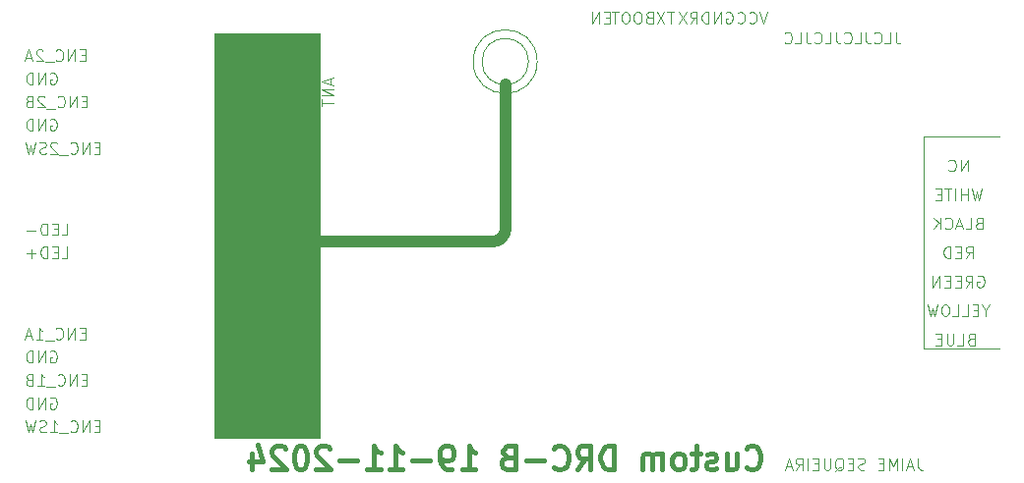
<source format=gbr>
%TF.GenerationSoftware,KiCad,Pcbnew,8.0.4*%
%TF.CreationDate,2024-11-19T13:09:34+13:00*%
%TF.ProjectId,CDRC,43445243-2e6b-4696-9361-645f70636258,B*%
%TF.SameCoordinates,Original*%
%TF.FileFunction,Legend,Bot*%
%TF.FilePolarity,Positive*%
%FSLAX46Y46*%
G04 Gerber Fmt 4.6, Leading zero omitted, Abs format (unit mm)*
G04 Created by KiCad (PCBNEW 8.0.4) date 2024-11-19 13:09:34*
%MOMM*%
%LPD*%
G01*
G04 APERTURE LIST*
%ADD10C,1.000000*%
%ADD11C,0.100000*%
%ADD12C,0.400000*%
%ADD13C,0.125000*%
%ADD14C,2.000000*%
%ADD15R,1.700000X1.700000*%
%ADD16O,1.700000X1.700000*%
%ADD17C,2.374900*%
%ADD18C,0.990600*%
%ADD19C,3.100000*%
%ADD20C,4.500000*%
G04 APERTURE END LIST*
D10*
X42500000Y-19000000D02*
X42500000Y-6500000D01*
X26500000Y-20000000D02*
X41500000Y-20000000D01*
D11*
X78500000Y-11000000D02*
X85000000Y-11000000D01*
D10*
X42500000Y-19000000D02*
G75*
G02*
X41500000Y-20000000I-1000000J0D01*
G01*
D11*
X17500000Y-2050000D02*
X26500000Y-2050000D01*
X26500000Y-36950000D01*
X17500000Y-36950000D01*
X17500000Y-2050000D01*
G36*
X17500000Y-2050000D02*
G01*
X26500000Y-2050000D01*
X26500000Y-36950000D01*
X17500000Y-36950000D01*
X17500000Y-2050000D01*
G37*
X85000000Y-29250000D02*
X78500000Y-29250000D01*
X44500000Y-4500000D02*
G75*
G02*
X40500000Y-4500000I-2000000J0D01*
G01*
X40500000Y-4500000D02*
G75*
G02*
X44500000Y-4500000I2000000J0D01*
G01*
X78500000Y-29250000D02*
X78500000Y-12250000D01*
X45250000Y-4500000D02*
G75*
G02*
X39750000Y-4500000I-2750000J0D01*
G01*
X39750000Y-4500000D02*
G75*
G02*
X45250000Y-4500000I2750000J0D01*
G01*
X78500000Y-12250000D02*
X78500000Y-11000000D01*
X3351503Y-33505038D02*
X3446741Y-33457419D01*
X3446741Y-33457419D02*
X3589598Y-33457419D01*
X3589598Y-33457419D02*
X3732455Y-33505038D01*
X3732455Y-33505038D02*
X3827693Y-33600276D01*
X3827693Y-33600276D02*
X3875312Y-33695514D01*
X3875312Y-33695514D02*
X3922931Y-33885990D01*
X3922931Y-33885990D02*
X3922931Y-34028847D01*
X3922931Y-34028847D02*
X3875312Y-34219323D01*
X3875312Y-34219323D02*
X3827693Y-34314561D01*
X3827693Y-34314561D02*
X3732455Y-34409800D01*
X3732455Y-34409800D02*
X3589598Y-34457419D01*
X3589598Y-34457419D02*
X3494360Y-34457419D01*
X3494360Y-34457419D02*
X3351503Y-34409800D01*
X3351503Y-34409800D02*
X3303884Y-34362180D01*
X3303884Y-34362180D02*
X3303884Y-34028847D01*
X3303884Y-34028847D02*
X3494360Y-34028847D01*
X2875312Y-34457419D02*
X2875312Y-33457419D01*
X2875312Y-33457419D02*
X2303884Y-34457419D01*
X2303884Y-34457419D02*
X2303884Y-33457419D01*
X1827693Y-34457419D02*
X1827693Y-33457419D01*
X1827693Y-33457419D02*
X1589598Y-33457419D01*
X1589598Y-33457419D02*
X1446741Y-33505038D01*
X1446741Y-33505038D02*
X1351503Y-33600276D01*
X1351503Y-33600276D02*
X1303884Y-33695514D01*
X1303884Y-33695514D02*
X1256265Y-33885990D01*
X1256265Y-33885990D02*
X1256265Y-34028847D01*
X1256265Y-34028847D02*
X1303884Y-34219323D01*
X1303884Y-34219323D02*
X1351503Y-34314561D01*
X1351503Y-34314561D02*
X1446741Y-34409800D01*
X1446741Y-34409800D02*
X1589598Y-34457419D01*
X1589598Y-34457419D02*
X1827693Y-34457419D01*
X76119048Y-1957419D02*
X76119048Y-2671704D01*
X76119048Y-2671704D02*
X76166667Y-2814561D01*
X76166667Y-2814561D02*
X76261905Y-2909800D01*
X76261905Y-2909800D02*
X76404762Y-2957419D01*
X76404762Y-2957419D02*
X76500000Y-2957419D01*
X75166667Y-2957419D02*
X75642857Y-2957419D01*
X75642857Y-2957419D02*
X75642857Y-1957419D01*
X74261905Y-2862180D02*
X74309524Y-2909800D01*
X74309524Y-2909800D02*
X74452381Y-2957419D01*
X74452381Y-2957419D02*
X74547619Y-2957419D01*
X74547619Y-2957419D02*
X74690476Y-2909800D01*
X74690476Y-2909800D02*
X74785714Y-2814561D01*
X74785714Y-2814561D02*
X74833333Y-2719323D01*
X74833333Y-2719323D02*
X74880952Y-2528847D01*
X74880952Y-2528847D02*
X74880952Y-2385990D01*
X74880952Y-2385990D02*
X74833333Y-2195514D01*
X74833333Y-2195514D02*
X74785714Y-2100276D01*
X74785714Y-2100276D02*
X74690476Y-2005038D01*
X74690476Y-2005038D02*
X74547619Y-1957419D01*
X74547619Y-1957419D02*
X74452381Y-1957419D01*
X74452381Y-1957419D02*
X74309524Y-2005038D01*
X74309524Y-2005038D02*
X74261905Y-2052657D01*
X73547619Y-1957419D02*
X73547619Y-2671704D01*
X73547619Y-2671704D02*
X73595238Y-2814561D01*
X73595238Y-2814561D02*
X73690476Y-2909800D01*
X73690476Y-2909800D02*
X73833333Y-2957419D01*
X73833333Y-2957419D02*
X73928571Y-2957419D01*
X72595238Y-2957419D02*
X73071428Y-2957419D01*
X73071428Y-2957419D02*
X73071428Y-1957419D01*
X71690476Y-2862180D02*
X71738095Y-2909800D01*
X71738095Y-2909800D02*
X71880952Y-2957419D01*
X71880952Y-2957419D02*
X71976190Y-2957419D01*
X71976190Y-2957419D02*
X72119047Y-2909800D01*
X72119047Y-2909800D02*
X72214285Y-2814561D01*
X72214285Y-2814561D02*
X72261904Y-2719323D01*
X72261904Y-2719323D02*
X72309523Y-2528847D01*
X72309523Y-2528847D02*
X72309523Y-2385990D01*
X72309523Y-2385990D02*
X72261904Y-2195514D01*
X72261904Y-2195514D02*
X72214285Y-2100276D01*
X72214285Y-2100276D02*
X72119047Y-2005038D01*
X72119047Y-2005038D02*
X71976190Y-1957419D01*
X71976190Y-1957419D02*
X71880952Y-1957419D01*
X71880952Y-1957419D02*
X71738095Y-2005038D01*
X71738095Y-2005038D02*
X71690476Y-2052657D01*
X70976190Y-1957419D02*
X70976190Y-2671704D01*
X70976190Y-2671704D02*
X71023809Y-2814561D01*
X71023809Y-2814561D02*
X71119047Y-2909800D01*
X71119047Y-2909800D02*
X71261904Y-2957419D01*
X71261904Y-2957419D02*
X71357142Y-2957419D01*
X70023809Y-2957419D02*
X70499999Y-2957419D01*
X70499999Y-2957419D02*
X70499999Y-1957419D01*
X69119047Y-2862180D02*
X69166666Y-2909800D01*
X69166666Y-2909800D02*
X69309523Y-2957419D01*
X69309523Y-2957419D02*
X69404761Y-2957419D01*
X69404761Y-2957419D02*
X69547618Y-2909800D01*
X69547618Y-2909800D02*
X69642856Y-2814561D01*
X69642856Y-2814561D02*
X69690475Y-2719323D01*
X69690475Y-2719323D02*
X69738094Y-2528847D01*
X69738094Y-2528847D02*
X69738094Y-2385990D01*
X69738094Y-2385990D02*
X69690475Y-2195514D01*
X69690475Y-2195514D02*
X69642856Y-2100276D01*
X69642856Y-2100276D02*
X69547618Y-2005038D01*
X69547618Y-2005038D02*
X69404761Y-1957419D01*
X69404761Y-1957419D02*
X69309523Y-1957419D01*
X69309523Y-1957419D02*
X69166666Y-2005038D01*
X69166666Y-2005038D02*
X69119047Y-2052657D01*
X68404761Y-1957419D02*
X68404761Y-2671704D01*
X68404761Y-2671704D02*
X68452380Y-2814561D01*
X68452380Y-2814561D02*
X68547618Y-2909800D01*
X68547618Y-2909800D02*
X68690475Y-2957419D01*
X68690475Y-2957419D02*
X68785713Y-2957419D01*
X67452380Y-2957419D02*
X67928570Y-2957419D01*
X67928570Y-2957419D02*
X67928570Y-1957419D01*
X66547618Y-2862180D02*
X66595237Y-2909800D01*
X66595237Y-2909800D02*
X66738094Y-2957419D01*
X66738094Y-2957419D02*
X66833332Y-2957419D01*
X66833332Y-2957419D02*
X66976189Y-2909800D01*
X66976189Y-2909800D02*
X67071427Y-2814561D01*
X67071427Y-2814561D02*
X67119046Y-2719323D01*
X67119046Y-2719323D02*
X67166665Y-2528847D01*
X67166665Y-2528847D02*
X67166665Y-2385990D01*
X67166665Y-2385990D02*
X67119046Y-2195514D01*
X67119046Y-2195514D02*
X67071427Y-2100276D01*
X67071427Y-2100276D02*
X66976189Y-2005038D01*
X66976189Y-2005038D02*
X66833332Y-1957419D01*
X66833332Y-1957419D02*
X66738094Y-1957419D01*
X66738094Y-1957419D02*
X66595237Y-2005038D01*
X66595237Y-2005038D02*
X66547618Y-2052657D01*
X83166666Y-23005038D02*
X83261904Y-22957419D01*
X83261904Y-22957419D02*
X83404761Y-22957419D01*
X83404761Y-22957419D02*
X83547618Y-23005038D01*
X83547618Y-23005038D02*
X83642856Y-23100276D01*
X83642856Y-23100276D02*
X83690475Y-23195514D01*
X83690475Y-23195514D02*
X83738094Y-23385990D01*
X83738094Y-23385990D02*
X83738094Y-23528847D01*
X83738094Y-23528847D02*
X83690475Y-23719323D01*
X83690475Y-23719323D02*
X83642856Y-23814561D01*
X83642856Y-23814561D02*
X83547618Y-23909800D01*
X83547618Y-23909800D02*
X83404761Y-23957419D01*
X83404761Y-23957419D02*
X83309523Y-23957419D01*
X83309523Y-23957419D02*
X83166666Y-23909800D01*
X83166666Y-23909800D02*
X83119047Y-23862180D01*
X83119047Y-23862180D02*
X83119047Y-23528847D01*
X83119047Y-23528847D02*
X83309523Y-23528847D01*
X82119047Y-23957419D02*
X82452380Y-23481228D01*
X82690475Y-23957419D02*
X82690475Y-22957419D01*
X82690475Y-22957419D02*
X82309523Y-22957419D01*
X82309523Y-22957419D02*
X82214285Y-23005038D01*
X82214285Y-23005038D02*
X82166666Y-23052657D01*
X82166666Y-23052657D02*
X82119047Y-23147895D01*
X82119047Y-23147895D02*
X82119047Y-23290752D01*
X82119047Y-23290752D02*
X82166666Y-23385990D01*
X82166666Y-23385990D02*
X82214285Y-23433609D01*
X82214285Y-23433609D02*
X82309523Y-23481228D01*
X82309523Y-23481228D02*
X82690475Y-23481228D01*
X81690475Y-23433609D02*
X81357142Y-23433609D01*
X81214285Y-23957419D02*
X81690475Y-23957419D01*
X81690475Y-23957419D02*
X81690475Y-22957419D01*
X81690475Y-22957419D02*
X81214285Y-22957419D01*
X80785713Y-23433609D02*
X80452380Y-23433609D01*
X80309523Y-23957419D02*
X80785713Y-23957419D01*
X80785713Y-23957419D02*
X80785713Y-22957419D01*
X80785713Y-22957419D02*
X80309523Y-22957419D01*
X79880951Y-23957419D02*
X79880951Y-22957419D01*
X79880951Y-22957419D02*
X79309523Y-23957419D01*
X79309523Y-23957419D02*
X79309523Y-22957419D01*
X3351503Y-29505038D02*
X3446741Y-29457419D01*
X3446741Y-29457419D02*
X3589598Y-29457419D01*
X3589598Y-29457419D02*
X3732455Y-29505038D01*
X3732455Y-29505038D02*
X3827693Y-29600276D01*
X3827693Y-29600276D02*
X3875312Y-29695514D01*
X3875312Y-29695514D02*
X3922931Y-29885990D01*
X3922931Y-29885990D02*
X3922931Y-30028847D01*
X3922931Y-30028847D02*
X3875312Y-30219323D01*
X3875312Y-30219323D02*
X3827693Y-30314561D01*
X3827693Y-30314561D02*
X3732455Y-30409800D01*
X3732455Y-30409800D02*
X3589598Y-30457419D01*
X3589598Y-30457419D02*
X3494360Y-30457419D01*
X3494360Y-30457419D02*
X3351503Y-30409800D01*
X3351503Y-30409800D02*
X3303884Y-30362180D01*
X3303884Y-30362180D02*
X3303884Y-30028847D01*
X3303884Y-30028847D02*
X3494360Y-30028847D01*
X2875312Y-30457419D02*
X2875312Y-29457419D01*
X2875312Y-29457419D02*
X2303884Y-30457419D01*
X2303884Y-30457419D02*
X2303884Y-29457419D01*
X1827693Y-30457419D02*
X1827693Y-29457419D01*
X1827693Y-29457419D02*
X1589598Y-29457419D01*
X1589598Y-29457419D02*
X1446741Y-29505038D01*
X1446741Y-29505038D02*
X1351503Y-29600276D01*
X1351503Y-29600276D02*
X1303884Y-29695514D01*
X1303884Y-29695514D02*
X1256265Y-29885990D01*
X1256265Y-29885990D02*
X1256265Y-30028847D01*
X1256265Y-30028847D02*
X1303884Y-30219323D01*
X1303884Y-30219323D02*
X1351503Y-30314561D01*
X1351503Y-30314561D02*
X1446741Y-30409800D01*
X1446741Y-30409800D02*
X1589598Y-30457419D01*
X1589598Y-30457419D02*
X1827693Y-30457419D01*
X7589598Y-11933609D02*
X7256265Y-11933609D01*
X7113408Y-12457419D02*
X7589598Y-12457419D01*
X7589598Y-12457419D02*
X7589598Y-11457419D01*
X7589598Y-11457419D02*
X7113408Y-11457419D01*
X6684836Y-12457419D02*
X6684836Y-11457419D01*
X6684836Y-11457419D02*
X6113408Y-12457419D01*
X6113408Y-12457419D02*
X6113408Y-11457419D01*
X5065789Y-12362180D02*
X5113408Y-12409800D01*
X5113408Y-12409800D02*
X5256265Y-12457419D01*
X5256265Y-12457419D02*
X5351503Y-12457419D01*
X5351503Y-12457419D02*
X5494360Y-12409800D01*
X5494360Y-12409800D02*
X5589598Y-12314561D01*
X5589598Y-12314561D02*
X5637217Y-12219323D01*
X5637217Y-12219323D02*
X5684836Y-12028847D01*
X5684836Y-12028847D02*
X5684836Y-11885990D01*
X5684836Y-11885990D02*
X5637217Y-11695514D01*
X5637217Y-11695514D02*
X5589598Y-11600276D01*
X5589598Y-11600276D02*
X5494360Y-11505038D01*
X5494360Y-11505038D02*
X5351503Y-11457419D01*
X5351503Y-11457419D02*
X5256265Y-11457419D01*
X5256265Y-11457419D02*
X5113408Y-11505038D01*
X5113408Y-11505038D02*
X5065789Y-11552657D01*
X4875313Y-12552657D02*
X4113408Y-12552657D01*
X3922931Y-11552657D02*
X3875312Y-11505038D01*
X3875312Y-11505038D02*
X3780074Y-11457419D01*
X3780074Y-11457419D02*
X3541979Y-11457419D01*
X3541979Y-11457419D02*
X3446741Y-11505038D01*
X3446741Y-11505038D02*
X3399122Y-11552657D01*
X3399122Y-11552657D02*
X3351503Y-11647895D01*
X3351503Y-11647895D02*
X3351503Y-11743133D01*
X3351503Y-11743133D02*
X3399122Y-11885990D01*
X3399122Y-11885990D02*
X3970550Y-12457419D01*
X3970550Y-12457419D02*
X3351503Y-12457419D01*
X2970550Y-12409800D02*
X2827693Y-12457419D01*
X2827693Y-12457419D02*
X2589598Y-12457419D01*
X2589598Y-12457419D02*
X2494360Y-12409800D01*
X2494360Y-12409800D02*
X2446741Y-12362180D01*
X2446741Y-12362180D02*
X2399122Y-12266942D01*
X2399122Y-12266942D02*
X2399122Y-12171704D01*
X2399122Y-12171704D02*
X2446741Y-12076466D01*
X2446741Y-12076466D02*
X2494360Y-12028847D01*
X2494360Y-12028847D02*
X2589598Y-11981228D01*
X2589598Y-11981228D02*
X2780074Y-11933609D01*
X2780074Y-11933609D02*
X2875312Y-11885990D01*
X2875312Y-11885990D02*
X2922931Y-11838371D01*
X2922931Y-11838371D02*
X2970550Y-11743133D01*
X2970550Y-11743133D02*
X2970550Y-11647895D01*
X2970550Y-11647895D02*
X2922931Y-11552657D01*
X2922931Y-11552657D02*
X2875312Y-11505038D01*
X2875312Y-11505038D02*
X2780074Y-11457419D01*
X2780074Y-11457419D02*
X2541979Y-11457419D01*
X2541979Y-11457419D02*
X2399122Y-11505038D01*
X2065788Y-11457419D02*
X1827693Y-12457419D01*
X1827693Y-12457419D02*
X1637217Y-11743133D01*
X1637217Y-11743133D02*
X1446741Y-12457419D01*
X1446741Y-12457419D02*
X1208646Y-11457419D01*
X82142857Y-21457419D02*
X82476190Y-20981228D01*
X82714285Y-21457419D02*
X82714285Y-20457419D01*
X82714285Y-20457419D02*
X82333333Y-20457419D01*
X82333333Y-20457419D02*
X82238095Y-20505038D01*
X82238095Y-20505038D02*
X82190476Y-20552657D01*
X82190476Y-20552657D02*
X82142857Y-20647895D01*
X82142857Y-20647895D02*
X82142857Y-20790752D01*
X82142857Y-20790752D02*
X82190476Y-20885990D01*
X82190476Y-20885990D02*
X82238095Y-20933609D01*
X82238095Y-20933609D02*
X82333333Y-20981228D01*
X82333333Y-20981228D02*
X82714285Y-20981228D01*
X81714285Y-20933609D02*
X81380952Y-20933609D01*
X81238095Y-21457419D02*
X81714285Y-21457419D01*
X81714285Y-21457419D02*
X81714285Y-20457419D01*
X81714285Y-20457419D02*
X81238095Y-20457419D01*
X80809523Y-21457419D02*
X80809523Y-20457419D01*
X80809523Y-20457419D02*
X80571428Y-20457419D01*
X80571428Y-20457419D02*
X80428571Y-20505038D01*
X80428571Y-20505038D02*
X80333333Y-20600276D01*
X80333333Y-20600276D02*
X80285714Y-20695514D01*
X80285714Y-20695514D02*
X80238095Y-20885990D01*
X80238095Y-20885990D02*
X80238095Y-21028847D01*
X80238095Y-21028847D02*
X80285714Y-21219323D01*
X80285714Y-21219323D02*
X80333333Y-21314561D01*
X80333333Y-21314561D02*
X80428571Y-21409800D01*
X80428571Y-21409800D02*
X80571428Y-21457419D01*
X80571428Y-21457419D02*
X80809523Y-21457419D01*
X4303884Y-19457419D02*
X4780074Y-19457419D01*
X4780074Y-19457419D02*
X4780074Y-18457419D01*
X3970550Y-18933609D02*
X3637217Y-18933609D01*
X3494360Y-19457419D02*
X3970550Y-19457419D01*
X3970550Y-19457419D02*
X3970550Y-18457419D01*
X3970550Y-18457419D02*
X3494360Y-18457419D01*
X3065788Y-19457419D02*
X3065788Y-18457419D01*
X3065788Y-18457419D02*
X2827693Y-18457419D01*
X2827693Y-18457419D02*
X2684836Y-18505038D01*
X2684836Y-18505038D02*
X2589598Y-18600276D01*
X2589598Y-18600276D02*
X2541979Y-18695514D01*
X2541979Y-18695514D02*
X2494360Y-18885990D01*
X2494360Y-18885990D02*
X2494360Y-19028847D01*
X2494360Y-19028847D02*
X2541979Y-19219323D01*
X2541979Y-19219323D02*
X2589598Y-19314561D01*
X2589598Y-19314561D02*
X2684836Y-19409800D01*
X2684836Y-19409800D02*
X2827693Y-19457419D01*
X2827693Y-19457419D02*
X3065788Y-19457419D01*
X2065788Y-19076466D02*
X1303884Y-19076466D01*
X65083332Y-207419D02*
X64749999Y-1207419D01*
X64749999Y-1207419D02*
X64416666Y-207419D01*
X63511904Y-1112180D02*
X63559523Y-1159800D01*
X63559523Y-1159800D02*
X63702380Y-1207419D01*
X63702380Y-1207419D02*
X63797618Y-1207419D01*
X63797618Y-1207419D02*
X63940475Y-1159800D01*
X63940475Y-1159800D02*
X64035713Y-1064561D01*
X64035713Y-1064561D02*
X64083332Y-969323D01*
X64083332Y-969323D02*
X64130951Y-778847D01*
X64130951Y-778847D02*
X64130951Y-635990D01*
X64130951Y-635990D02*
X64083332Y-445514D01*
X64083332Y-445514D02*
X64035713Y-350276D01*
X64035713Y-350276D02*
X63940475Y-255038D01*
X63940475Y-255038D02*
X63797618Y-207419D01*
X63797618Y-207419D02*
X63702380Y-207419D01*
X63702380Y-207419D02*
X63559523Y-255038D01*
X63559523Y-255038D02*
X63511904Y-302657D01*
X62511904Y-1112180D02*
X62559523Y-1159800D01*
X62559523Y-1159800D02*
X62702380Y-1207419D01*
X62702380Y-1207419D02*
X62797618Y-1207419D01*
X62797618Y-1207419D02*
X62940475Y-1159800D01*
X62940475Y-1159800D02*
X63035713Y-1064561D01*
X63035713Y-1064561D02*
X63083332Y-969323D01*
X63083332Y-969323D02*
X63130951Y-778847D01*
X63130951Y-778847D02*
X63130951Y-635990D01*
X63130951Y-635990D02*
X63083332Y-445514D01*
X63083332Y-445514D02*
X63035713Y-350276D01*
X63035713Y-350276D02*
X62940475Y-255038D01*
X62940475Y-255038D02*
X62797618Y-207419D01*
X62797618Y-207419D02*
X62702380Y-207419D01*
X62702380Y-207419D02*
X62559523Y-255038D01*
X62559523Y-255038D02*
X62511904Y-302657D01*
X3351503Y-5505038D02*
X3446741Y-5457419D01*
X3446741Y-5457419D02*
X3589598Y-5457419D01*
X3589598Y-5457419D02*
X3732455Y-5505038D01*
X3732455Y-5505038D02*
X3827693Y-5600276D01*
X3827693Y-5600276D02*
X3875312Y-5695514D01*
X3875312Y-5695514D02*
X3922931Y-5885990D01*
X3922931Y-5885990D02*
X3922931Y-6028847D01*
X3922931Y-6028847D02*
X3875312Y-6219323D01*
X3875312Y-6219323D02*
X3827693Y-6314561D01*
X3827693Y-6314561D02*
X3732455Y-6409800D01*
X3732455Y-6409800D02*
X3589598Y-6457419D01*
X3589598Y-6457419D02*
X3494360Y-6457419D01*
X3494360Y-6457419D02*
X3351503Y-6409800D01*
X3351503Y-6409800D02*
X3303884Y-6362180D01*
X3303884Y-6362180D02*
X3303884Y-6028847D01*
X3303884Y-6028847D02*
X3494360Y-6028847D01*
X2875312Y-6457419D02*
X2875312Y-5457419D01*
X2875312Y-5457419D02*
X2303884Y-6457419D01*
X2303884Y-6457419D02*
X2303884Y-5457419D01*
X1827693Y-6457419D02*
X1827693Y-5457419D01*
X1827693Y-5457419D02*
X1589598Y-5457419D01*
X1589598Y-5457419D02*
X1446741Y-5505038D01*
X1446741Y-5505038D02*
X1351503Y-5600276D01*
X1351503Y-5600276D02*
X1303884Y-5695514D01*
X1303884Y-5695514D02*
X1256265Y-5885990D01*
X1256265Y-5885990D02*
X1256265Y-6028847D01*
X1256265Y-6028847D02*
X1303884Y-6219323D01*
X1303884Y-6219323D02*
X1351503Y-6314561D01*
X1351503Y-6314561D02*
X1446741Y-6409800D01*
X1446741Y-6409800D02*
X1589598Y-6457419D01*
X1589598Y-6457419D02*
X1827693Y-6457419D01*
X6494360Y-31933609D02*
X6161027Y-31933609D01*
X6018170Y-32457419D02*
X6494360Y-32457419D01*
X6494360Y-32457419D02*
X6494360Y-31457419D01*
X6494360Y-31457419D02*
X6018170Y-31457419D01*
X5589598Y-32457419D02*
X5589598Y-31457419D01*
X5589598Y-31457419D02*
X5018170Y-32457419D01*
X5018170Y-32457419D02*
X5018170Y-31457419D01*
X3970551Y-32362180D02*
X4018170Y-32409800D01*
X4018170Y-32409800D02*
X4161027Y-32457419D01*
X4161027Y-32457419D02*
X4256265Y-32457419D01*
X4256265Y-32457419D02*
X4399122Y-32409800D01*
X4399122Y-32409800D02*
X4494360Y-32314561D01*
X4494360Y-32314561D02*
X4541979Y-32219323D01*
X4541979Y-32219323D02*
X4589598Y-32028847D01*
X4589598Y-32028847D02*
X4589598Y-31885990D01*
X4589598Y-31885990D02*
X4541979Y-31695514D01*
X4541979Y-31695514D02*
X4494360Y-31600276D01*
X4494360Y-31600276D02*
X4399122Y-31505038D01*
X4399122Y-31505038D02*
X4256265Y-31457419D01*
X4256265Y-31457419D02*
X4161027Y-31457419D01*
X4161027Y-31457419D02*
X4018170Y-31505038D01*
X4018170Y-31505038D02*
X3970551Y-31552657D01*
X3780075Y-32552657D02*
X3018170Y-32552657D01*
X2256265Y-32457419D02*
X2827693Y-32457419D01*
X2541979Y-32457419D02*
X2541979Y-31457419D01*
X2541979Y-31457419D02*
X2637217Y-31600276D01*
X2637217Y-31600276D02*
X2732455Y-31695514D01*
X2732455Y-31695514D02*
X2827693Y-31743133D01*
X1494360Y-31933609D02*
X1351503Y-31981228D01*
X1351503Y-31981228D02*
X1303884Y-32028847D01*
X1303884Y-32028847D02*
X1256265Y-32124085D01*
X1256265Y-32124085D02*
X1256265Y-32266942D01*
X1256265Y-32266942D02*
X1303884Y-32362180D01*
X1303884Y-32362180D02*
X1351503Y-32409800D01*
X1351503Y-32409800D02*
X1446741Y-32457419D01*
X1446741Y-32457419D02*
X1827693Y-32457419D01*
X1827693Y-32457419D02*
X1827693Y-31457419D01*
X1827693Y-31457419D02*
X1494360Y-31457419D01*
X1494360Y-31457419D02*
X1399122Y-31505038D01*
X1399122Y-31505038D02*
X1351503Y-31552657D01*
X1351503Y-31552657D02*
X1303884Y-31647895D01*
X1303884Y-31647895D02*
X1303884Y-31743133D01*
X1303884Y-31743133D02*
X1351503Y-31838371D01*
X1351503Y-31838371D02*
X1399122Y-31885990D01*
X1399122Y-31885990D02*
X1494360Y-31933609D01*
X1494360Y-31933609D02*
X1827693Y-31933609D01*
D12*
X63261905Y-39463961D02*
X63357143Y-39559200D01*
X63357143Y-39559200D02*
X63642857Y-39654438D01*
X63642857Y-39654438D02*
X63833333Y-39654438D01*
X63833333Y-39654438D02*
X64119048Y-39559200D01*
X64119048Y-39559200D02*
X64309524Y-39368723D01*
X64309524Y-39368723D02*
X64404762Y-39178247D01*
X64404762Y-39178247D02*
X64500000Y-38797295D01*
X64500000Y-38797295D02*
X64500000Y-38511580D01*
X64500000Y-38511580D02*
X64404762Y-38130628D01*
X64404762Y-38130628D02*
X64309524Y-37940152D01*
X64309524Y-37940152D02*
X64119048Y-37749676D01*
X64119048Y-37749676D02*
X63833333Y-37654438D01*
X63833333Y-37654438D02*
X63642857Y-37654438D01*
X63642857Y-37654438D02*
X63357143Y-37749676D01*
X63357143Y-37749676D02*
X63261905Y-37844914D01*
X61547619Y-38321104D02*
X61547619Y-39654438D01*
X62404762Y-38321104D02*
X62404762Y-39368723D01*
X62404762Y-39368723D02*
X62309524Y-39559200D01*
X62309524Y-39559200D02*
X62119048Y-39654438D01*
X62119048Y-39654438D02*
X61833333Y-39654438D01*
X61833333Y-39654438D02*
X61642857Y-39559200D01*
X61642857Y-39559200D02*
X61547619Y-39463961D01*
X60690476Y-39559200D02*
X60500000Y-39654438D01*
X60500000Y-39654438D02*
X60119048Y-39654438D01*
X60119048Y-39654438D02*
X59928571Y-39559200D01*
X59928571Y-39559200D02*
X59833333Y-39368723D01*
X59833333Y-39368723D02*
X59833333Y-39273485D01*
X59833333Y-39273485D02*
X59928571Y-39083009D01*
X59928571Y-39083009D02*
X60119048Y-38987771D01*
X60119048Y-38987771D02*
X60404762Y-38987771D01*
X60404762Y-38987771D02*
X60595238Y-38892533D01*
X60595238Y-38892533D02*
X60690476Y-38702057D01*
X60690476Y-38702057D02*
X60690476Y-38606819D01*
X60690476Y-38606819D02*
X60595238Y-38416342D01*
X60595238Y-38416342D02*
X60404762Y-38321104D01*
X60404762Y-38321104D02*
X60119048Y-38321104D01*
X60119048Y-38321104D02*
X59928571Y-38416342D01*
X59261904Y-38321104D02*
X58500000Y-38321104D01*
X58976190Y-37654438D02*
X58976190Y-39368723D01*
X58976190Y-39368723D02*
X58880952Y-39559200D01*
X58880952Y-39559200D02*
X58690476Y-39654438D01*
X58690476Y-39654438D02*
X58500000Y-39654438D01*
X57547619Y-39654438D02*
X57738095Y-39559200D01*
X57738095Y-39559200D02*
X57833333Y-39463961D01*
X57833333Y-39463961D02*
X57928571Y-39273485D01*
X57928571Y-39273485D02*
X57928571Y-38702057D01*
X57928571Y-38702057D02*
X57833333Y-38511580D01*
X57833333Y-38511580D02*
X57738095Y-38416342D01*
X57738095Y-38416342D02*
X57547619Y-38321104D01*
X57547619Y-38321104D02*
X57261904Y-38321104D01*
X57261904Y-38321104D02*
X57071428Y-38416342D01*
X57071428Y-38416342D02*
X56976190Y-38511580D01*
X56976190Y-38511580D02*
X56880952Y-38702057D01*
X56880952Y-38702057D02*
X56880952Y-39273485D01*
X56880952Y-39273485D02*
X56976190Y-39463961D01*
X56976190Y-39463961D02*
X57071428Y-39559200D01*
X57071428Y-39559200D02*
X57261904Y-39654438D01*
X57261904Y-39654438D02*
X57547619Y-39654438D01*
X56023809Y-39654438D02*
X56023809Y-38321104D01*
X56023809Y-38511580D02*
X55928571Y-38416342D01*
X55928571Y-38416342D02*
X55738095Y-38321104D01*
X55738095Y-38321104D02*
X55452380Y-38321104D01*
X55452380Y-38321104D02*
X55261904Y-38416342D01*
X55261904Y-38416342D02*
X55166666Y-38606819D01*
X55166666Y-38606819D02*
X55166666Y-39654438D01*
X55166666Y-38606819D02*
X55071428Y-38416342D01*
X55071428Y-38416342D02*
X54880952Y-38321104D01*
X54880952Y-38321104D02*
X54595238Y-38321104D01*
X54595238Y-38321104D02*
X54404761Y-38416342D01*
X54404761Y-38416342D02*
X54309523Y-38606819D01*
X54309523Y-38606819D02*
X54309523Y-39654438D01*
X51833332Y-39654438D02*
X51833332Y-37654438D01*
X51833332Y-37654438D02*
X51357142Y-37654438D01*
X51357142Y-37654438D02*
X51071427Y-37749676D01*
X51071427Y-37749676D02*
X50880951Y-37940152D01*
X50880951Y-37940152D02*
X50785713Y-38130628D01*
X50785713Y-38130628D02*
X50690475Y-38511580D01*
X50690475Y-38511580D02*
X50690475Y-38797295D01*
X50690475Y-38797295D02*
X50785713Y-39178247D01*
X50785713Y-39178247D02*
X50880951Y-39368723D01*
X50880951Y-39368723D02*
X51071427Y-39559200D01*
X51071427Y-39559200D02*
X51357142Y-39654438D01*
X51357142Y-39654438D02*
X51833332Y-39654438D01*
X48690475Y-39654438D02*
X49357142Y-38702057D01*
X49833332Y-39654438D02*
X49833332Y-37654438D01*
X49833332Y-37654438D02*
X49071427Y-37654438D01*
X49071427Y-37654438D02*
X48880951Y-37749676D01*
X48880951Y-37749676D02*
X48785713Y-37844914D01*
X48785713Y-37844914D02*
X48690475Y-38035390D01*
X48690475Y-38035390D02*
X48690475Y-38321104D01*
X48690475Y-38321104D02*
X48785713Y-38511580D01*
X48785713Y-38511580D02*
X48880951Y-38606819D01*
X48880951Y-38606819D02*
X49071427Y-38702057D01*
X49071427Y-38702057D02*
X49833332Y-38702057D01*
X46690475Y-39463961D02*
X46785713Y-39559200D01*
X46785713Y-39559200D02*
X47071427Y-39654438D01*
X47071427Y-39654438D02*
X47261903Y-39654438D01*
X47261903Y-39654438D02*
X47547618Y-39559200D01*
X47547618Y-39559200D02*
X47738094Y-39368723D01*
X47738094Y-39368723D02*
X47833332Y-39178247D01*
X47833332Y-39178247D02*
X47928570Y-38797295D01*
X47928570Y-38797295D02*
X47928570Y-38511580D01*
X47928570Y-38511580D02*
X47833332Y-38130628D01*
X47833332Y-38130628D02*
X47738094Y-37940152D01*
X47738094Y-37940152D02*
X47547618Y-37749676D01*
X47547618Y-37749676D02*
X47261903Y-37654438D01*
X47261903Y-37654438D02*
X47071427Y-37654438D01*
X47071427Y-37654438D02*
X46785713Y-37749676D01*
X46785713Y-37749676D02*
X46690475Y-37844914D01*
X45833332Y-38892533D02*
X44309523Y-38892533D01*
X42690475Y-38606819D02*
X42404761Y-38702057D01*
X42404761Y-38702057D02*
X42309523Y-38797295D01*
X42309523Y-38797295D02*
X42214285Y-38987771D01*
X42214285Y-38987771D02*
X42214285Y-39273485D01*
X42214285Y-39273485D02*
X42309523Y-39463961D01*
X42309523Y-39463961D02*
X42404761Y-39559200D01*
X42404761Y-39559200D02*
X42595237Y-39654438D01*
X42595237Y-39654438D02*
X43357142Y-39654438D01*
X43357142Y-39654438D02*
X43357142Y-37654438D01*
X43357142Y-37654438D02*
X42690475Y-37654438D01*
X42690475Y-37654438D02*
X42499999Y-37749676D01*
X42499999Y-37749676D02*
X42404761Y-37844914D01*
X42404761Y-37844914D02*
X42309523Y-38035390D01*
X42309523Y-38035390D02*
X42309523Y-38225866D01*
X42309523Y-38225866D02*
X42404761Y-38416342D01*
X42404761Y-38416342D02*
X42499999Y-38511580D01*
X42499999Y-38511580D02*
X42690475Y-38606819D01*
X42690475Y-38606819D02*
X43357142Y-38606819D01*
X38785713Y-39654438D02*
X39928570Y-39654438D01*
X39357142Y-39654438D02*
X39357142Y-37654438D01*
X39357142Y-37654438D02*
X39547618Y-37940152D01*
X39547618Y-37940152D02*
X39738094Y-38130628D01*
X39738094Y-38130628D02*
X39928570Y-38225866D01*
X37833332Y-39654438D02*
X37452380Y-39654438D01*
X37452380Y-39654438D02*
X37261903Y-39559200D01*
X37261903Y-39559200D02*
X37166665Y-39463961D01*
X37166665Y-39463961D02*
X36976189Y-39178247D01*
X36976189Y-39178247D02*
X36880951Y-38797295D01*
X36880951Y-38797295D02*
X36880951Y-38035390D01*
X36880951Y-38035390D02*
X36976189Y-37844914D01*
X36976189Y-37844914D02*
X37071427Y-37749676D01*
X37071427Y-37749676D02*
X37261903Y-37654438D01*
X37261903Y-37654438D02*
X37642856Y-37654438D01*
X37642856Y-37654438D02*
X37833332Y-37749676D01*
X37833332Y-37749676D02*
X37928570Y-37844914D01*
X37928570Y-37844914D02*
X38023808Y-38035390D01*
X38023808Y-38035390D02*
X38023808Y-38511580D01*
X38023808Y-38511580D02*
X37928570Y-38702057D01*
X37928570Y-38702057D02*
X37833332Y-38797295D01*
X37833332Y-38797295D02*
X37642856Y-38892533D01*
X37642856Y-38892533D02*
X37261903Y-38892533D01*
X37261903Y-38892533D02*
X37071427Y-38797295D01*
X37071427Y-38797295D02*
X36976189Y-38702057D01*
X36976189Y-38702057D02*
X36880951Y-38511580D01*
X36023808Y-38892533D02*
X34499999Y-38892533D01*
X32499999Y-39654438D02*
X33642856Y-39654438D01*
X33071428Y-39654438D02*
X33071428Y-37654438D01*
X33071428Y-37654438D02*
X33261904Y-37940152D01*
X33261904Y-37940152D02*
X33452380Y-38130628D01*
X33452380Y-38130628D02*
X33642856Y-38225866D01*
X30595237Y-39654438D02*
X31738094Y-39654438D01*
X31166666Y-39654438D02*
X31166666Y-37654438D01*
X31166666Y-37654438D02*
X31357142Y-37940152D01*
X31357142Y-37940152D02*
X31547618Y-38130628D01*
X31547618Y-38130628D02*
X31738094Y-38225866D01*
X29738094Y-38892533D02*
X28214285Y-38892533D01*
X27357142Y-37844914D02*
X27261904Y-37749676D01*
X27261904Y-37749676D02*
X27071428Y-37654438D01*
X27071428Y-37654438D02*
X26595237Y-37654438D01*
X26595237Y-37654438D02*
X26404761Y-37749676D01*
X26404761Y-37749676D02*
X26309523Y-37844914D01*
X26309523Y-37844914D02*
X26214285Y-38035390D01*
X26214285Y-38035390D02*
X26214285Y-38225866D01*
X26214285Y-38225866D02*
X26309523Y-38511580D01*
X26309523Y-38511580D02*
X27452380Y-39654438D01*
X27452380Y-39654438D02*
X26214285Y-39654438D01*
X24976190Y-37654438D02*
X24785713Y-37654438D01*
X24785713Y-37654438D02*
X24595237Y-37749676D01*
X24595237Y-37749676D02*
X24499999Y-37844914D01*
X24499999Y-37844914D02*
X24404761Y-38035390D01*
X24404761Y-38035390D02*
X24309523Y-38416342D01*
X24309523Y-38416342D02*
X24309523Y-38892533D01*
X24309523Y-38892533D02*
X24404761Y-39273485D01*
X24404761Y-39273485D02*
X24499999Y-39463961D01*
X24499999Y-39463961D02*
X24595237Y-39559200D01*
X24595237Y-39559200D02*
X24785713Y-39654438D01*
X24785713Y-39654438D02*
X24976190Y-39654438D01*
X24976190Y-39654438D02*
X25166666Y-39559200D01*
X25166666Y-39559200D02*
X25261904Y-39463961D01*
X25261904Y-39463961D02*
X25357142Y-39273485D01*
X25357142Y-39273485D02*
X25452380Y-38892533D01*
X25452380Y-38892533D02*
X25452380Y-38416342D01*
X25452380Y-38416342D02*
X25357142Y-38035390D01*
X25357142Y-38035390D02*
X25261904Y-37844914D01*
X25261904Y-37844914D02*
X25166666Y-37749676D01*
X25166666Y-37749676D02*
X24976190Y-37654438D01*
X23547618Y-37844914D02*
X23452380Y-37749676D01*
X23452380Y-37749676D02*
X23261904Y-37654438D01*
X23261904Y-37654438D02*
X22785713Y-37654438D01*
X22785713Y-37654438D02*
X22595237Y-37749676D01*
X22595237Y-37749676D02*
X22499999Y-37844914D01*
X22499999Y-37844914D02*
X22404761Y-38035390D01*
X22404761Y-38035390D02*
X22404761Y-38225866D01*
X22404761Y-38225866D02*
X22499999Y-38511580D01*
X22499999Y-38511580D02*
X23642856Y-39654438D01*
X23642856Y-39654438D02*
X22404761Y-39654438D01*
X20690475Y-38321104D02*
X20690475Y-39654438D01*
X21166666Y-37559200D02*
X21642856Y-38987771D01*
X21642856Y-38987771D02*
X20404761Y-38987771D01*
D11*
X57011904Y-207419D02*
X56440476Y-207419D01*
X56726190Y-1207419D02*
X56726190Y-207419D01*
X56202380Y-207419D02*
X55535714Y-1207419D01*
X55535714Y-207419D02*
X56202380Y-1207419D01*
X4303884Y-21457419D02*
X4780074Y-21457419D01*
X4780074Y-21457419D02*
X4780074Y-20457419D01*
X3970550Y-20933609D02*
X3637217Y-20933609D01*
X3494360Y-21457419D02*
X3970550Y-21457419D01*
X3970550Y-21457419D02*
X3970550Y-20457419D01*
X3970550Y-20457419D02*
X3494360Y-20457419D01*
X3065788Y-21457419D02*
X3065788Y-20457419D01*
X3065788Y-20457419D02*
X2827693Y-20457419D01*
X2827693Y-20457419D02*
X2684836Y-20505038D01*
X2684836Y-20505038D02*
X2589598Y-20600276D01*
X2589598Y-20600276D02*
X2541979Y-20695514D01*
X2541979Y-20695514D02*
X2494360Y-20885990D01*
X2494360Y-20885990D02*
X2494360Y-21028847D01*
X2494360Y-21028847D02*
X2541979Y-21219323D01*
X2541979Y-21219323D02*
X2589598Y-21314561D01*
X2589598Y-21314561D02*
X2684836Y-21409800D01*
X2684836Y-21409800D02*
X2827693Y-21457419D01*
X2827693Y-21457419D02*
X3065788Y-21457419D01*
X2065788Y-21076466D02*
X1303884Y-21076466D01*
X1684836Y-21457419D02*
X1684836Y-20695514D01*
X6494360Y-7933609D02*
X6161027Y-7933609D01*
X6018170Y-8457419D02*
X6494360Y-8457419D01*
X6494360Y-8457419D02*
X6494360Y-7457419D01*
X6494360Y-7457419D02*
X6018170Y-7457419D01*
X5589598Y-8457419D02*
X5589598Y-7457419D01*
X5589598Y-7457419D02*
X5018170Y-8457419D01*
X5018170Y-8457419D02*
X5018170Y-7457419D01*
X3970551Y-8362180D02*
X4018170Y-8409800D01*
X4018170Y-8409800D02*
X4161027Y-8457419D01*
X4161027Y-8457419D02*
X4256265Y-8457419D01*
X4256265Y-8457419D02*
X4399122Y-8409800D01*
X4399122Y-8409800D02*
X4494360Y-8314561D01*
X4494360Y-8314561D02*
X4541979Y-8219323D01*
X4541979Y-8219323D02*
X4589598Y-8028847D01*
X4589598Y-8028847D02*
X4589598Y-7885990D01*
X4589598Y-7885990D02*
X4541979Y-7695514D01*
X4541979Y-7695514D02*
X4494360Y-7600276D01*
X4494360Y-7600276D02*
X4399122Y-7505038D01*
X4399122Y-7505038D02*
X4256265Y-7457419D01*
X4256265Y-7457419D02*
X4161027Y-7457419D01*
X4161027Y-7457419D02*
X4018170Y-7505038D01*
X4018170Y-7505038D02*
X3970551Y-7552657D01*
X3780075Y-8552657D02*
X3018170Y-8552657D01*
X2827693Y-7552657D02*
X2780074Y-7505038D01*
X2780074Y-7505038D02*
X2684836Y-7457419D01*
X2684836Y-7457419D02*
X2446741Y-7457419D01*
X2446741Y-7457419D02*
X2351503Y-7505038D01*
X2351503Y-7505038D02*
X2303884Y-7552657D01*
X2303884Y-7552657D02*
X2256265Y-7647895D01*
X2256265Y-7647895D02*
X2256265Y-7743133D01*
X2256265Y-7743133D02*
X2303884Y-7885990D01*
X2303884Y-7885990D02*
X2875312Y-8457419D01*
X2875312Y-8457419D02*
X2256265Y-8457419D01*
X1494360Y-7933609D02*
X1351503Y-7981228D01*
X1351503Y-7981228D02*
X1303884Y-8028847D01*
X1303884Y-8028847D02*
X1256265Y-8124085D01*
X1256265Y-8124085D02*
X1256265Y-8266942D01*
X1256265Y-8266942D02*
X1303884Y-8362180D01*
X1303884Y-8362180D02*
X1351503Y-8409800D01*
X1351503Y-8409800D02*
X1446741Y-8457419D01*
X1446741Y-8457419D02*
X1827693Y-8457419D01*
X1827693Y-8457419D02*
X1827693Y-7457419D01*
X1827693Y-7457419D02*
X1494360Y-7457419D01*
X1494360Y-7457419D02*
X1399122Y-7505038D01*
X1399122Y-7505038D02*
X1351503Y-7552657D01*
X1351503Y-7552657D02*
X1303884Y-7647895D01*
X1303884Y-7647895D02*
X1303884Y-7743133D01*
X1303884Y-7743133D02*
X1351503Y-7838371D01*
X1351503Y-7838371D02*
X1399122Y-7885990D01*
X1399122Y-7885990D02*
X1494360Y-7933609D01*
X1494360Y-7933609D02*
X1827693Y-7933609D01*
X54857142Y-683609D02*
X54714285Y-731228D01*
X54714285Y-731228D02*
X54666666Y-778847D01*
X54666666Y-778847D02*
X54619047Y-874085D01*
X54619047Y-874085D02*
X54619047Y-1016942D01*
X54619047Y-1016942D02*
X54666666Y-1112180D01*
X54666666Y-1112180D02*
X54714285Y-1159800D01*
X54714285Y-1159800D02*
X54809523Y-1207419D01*
X54809523Y-1207419D02*
X55190475Y-1207419D01*
X55190475Y-1207419D02*
X55190475Y-207419D01*
X55190475Y-207419D02*
X54857142Y-207419D01*
X54857142Y-207419D02*
X54761904Y-255038D01*
X54761904Y-255038D02*
X54714285Y-302657D01*
X54714285Y-302657D02*
X54666666Y-397895D01*
X54666666Y-397895D02*
X54666666Y-493133D01*
X54666666Y-493133D02*
X54714285Y-588371D01*
X54714285Y-588371D02*
X54761904Y-635990D01*
X54761904Y-635990D02*
X54857142Y-683609D01*
X54857142Y-683609D02*
X55190475Y-683609D01*
X53999999Y-207419D02*
X53809523Y-207419D01*
X53809523Y-207419D02*
X53714285Y-255038D01*
X53714285Y-255038D02*
X53619047Y-350276D01*
X53619047Y-350276D02*
X53571428Y-540752D01*
X53571428Y-540752D02*
X53571428Y-874085D01*
X53571428Y-874085D02*
X53619047Y-1064561D01*
X53619047Y-1064561D02*
X53714285Y-1159800D01*
X53714285Y-1159800D02*
X53809523Y-1207419D01*
X53809523Y-1207419D02*
X53999999Y-1207419D01*
X53999999Y-1207419D02*
X54095237Y-1159800D01*
X54095237Y-1159800D02*
X54190475Y-1064561D01*
X54190475Y-1064561D02*
X54238094Y-874085D01*
X54238094Y-874085D02*
X54238094Y-540752D01*
X54238094Y-540752D02*
X54190475Y-350276D01*
X54190475Y-350276D02*
X54095237Y-255038D01*
X54095237Y-255038D02*
X53999999Y-207419D01*
X52952380Y-207419D02*
X52761904Y-207419D01*
X52761904Y-207419D02*
X52666666Y-255038D01*
X52666666Y-255038D02*
X52571428Y-350276D01*
X52571428Y-350276D02*
X52523809Y-540752D01*
X52523809Y-540752D02*
X52523809Y-874085D01*
X52523809Y-874085D02*
X52571428Y-1064561D01*
X52571428Y-1064561D02*
X52666666Y-1159800D01*
X52666666Y-1159800D02*
X52761904Y-1207419D01*
X52761904Y-1207419D02*
X52952380Y-1207419D01*
X52952380Y-1207419D02*
X53047618Y-1159800D01*
X53047618Y-1159800D02*
X53142856Y-1064561D01*
X53142856Y-1064561D02*
X53190475Y-874085D01*
X53190475Y-874085D02*
X53190475Y-540752D01*
X53190475Y-540752D02*
X53142856Y-350276D01*
X53142856Y-350276D02*
X53047618Y-255038D01*
X53047618Y-255038D02*
X52952380Y-207419D01*
X52238094Y-207419D02*
X51666666Y-207419D01*
X51952380Y-1207419D02*
X51952380Y-207419D01*
X58416666Y-1207419D02*
X58749999Y-731228D01*
X58988094Y-1207419D02*
X58988094Y-207419D01*
X58988094Y-207419D02*
X58607142Y-207419D01*
X58607142Y-207419D02*
X58511904Y-255038D01*
X58511904Y-255038D02*
X58464285Y-302657D01*
X58464285Y-302657D02*
X58416666Y-397895D01*
X58416666Y-397895D02*
X58416666Y-540752D01*
X58416666Y-540752D02*
X58464285Y-635990D01*
X58464285Y-635990D02*
X58511904Y-683609D01*
X58511904Y-683609D02*
X58607142Y-731228D01*
X58607142Y-731228D02*
X58988094Y-731228D01*
X58083332Y-207419D02*
X57416666Y-1207419D01*
X57416666Y-207419D02*
X58083332Y-1207419D01*
X78023809Y-38707419D02*
X78023809Y-39421704D01*
X78023809Y-39421704D02*
X78071428Y-39564561D01*
X78071428Y-39564561D02*
X78166666Y-39659800D01*
X78166666Y-39659800D02*
X78309523Y-39707419D01*
X78309523Y-39707419D02*
X78404761Y-39707419D01*
X77595237Y-39421704D02*
X77119047Y-39421704D01*
X77690475Y-39707419D02*
X77357142Y-38707419D01*
X77357142Y-38707419D02*
X77023809Y-39707419D01*
X76690475Y-39707419D02*
X76690475Y-38707419D01*
X76214285Y-39707419D02*
X76214285Y-38707419D01*
X76214285Y-38707419D02*
X75880952Y-39421704D01*
X75880952Y-39421704D02*
X75547619Y-38707419D01*
X75547619Y-38707419D02*
X75547619Y-39707419D01*
X75071428Y-39183609D02*
X74738095Y-39183609D01*
X74595238Y-39707419D02*
X75071428Y-39707419D01*
X75071428Y-39707419D02*
X75071428Y-38707419D01*
X75071428Y-38707419D02*
X74595238Y-38707419D01*
X73452380Y-39659800D02*
X73309523Y-39707419D01*
X73309523Y-39707419D02*
X73071428Y-39707419D01*
X73071428Y-39707419D02*
X72976190Y-39659800D01*
X72976190Y-39659800D02*
X72928571Y-39612180D01*
X72928571Y-39612180D02*
X72880952Y-39516942D01*
X72880952Y-39516942D02*
X72880952Y-39421704D01*
X72880952Y-39421704D02*
X72928571Y-39326466D01*
X72928571Y-39326466D02*
X72976190Y-39278847D01*
X72976190Y-39278847D02*
X73071428Y-39231228D01*
X73071428Y-39231228D02*
X73261904Y-39183609D01*
X73261904Y-39183609D02*
X73357142Y-39135990D01*
X73357142Y-39135990D02*
X73404761Y-39088371D01*
X73404761Y-39088371D02*
X73452380Y-38993133D01*
X73452380Y-38993133D02*
X73452380Y-38897895D01*
X73452380Y-38897895D02*
X73404761Y-38802657D01*
X73404761Y-38802657D02*
X73357142Y-38755038D01*
X73357142Y-38755038D02*
X73261904Y-38707419D01*
X73261904Y-38707419D02*
X73023809Y-38707419D01*
X73023809Y-38707419D02*
X72880952Y-38755038D01*
X72452380Y-39183609D02*
X72119047Y-39183609D01*
X71976190Y-39707419D02*
X72452380Y-39707419D01*
X72452380Y-39707419D02*
X72452380Y-38707419D01*
X72452380Y-38707419D02*
X71976190Y-38707419D01*
X70880952Y-39802657D02*
X70976190Y-39755038D01*
X70976190Y-39755038D02*
X71071428Y-39659800D01*
X71071428Y-39659800D02*
X71214285Y-39516942D01*
X71214285Y-39516942D02*
X71309523Y-39469323D01*
X71309523Y-39469323D02*
X71404761Y-39469323D01*
X71357142Y-39707419D02*
X71452380Y-39659800D01*
X71452380Y-39659800D02*
X71547618Y-39564561D01*
X71547618Y-39564561D02*
X71595237Y-39374085D01*
X71595237Y-39374085D02*
X71595237Y-39040752D01*
X71595237Y-39040752D02*
X71547618Y-38850276D01*
X71547618Y-38850276D02*
X71452380Y-38755038D01*
X71452380Y-38755038D02*
X71357142Y-38707419D01*
X71357142Y-38707419D02*
X71166666Y-38707419D01*
X71166666Y-38707419D02*
X71071428Y-38755038D01*
X71071428Y-38755038D02*
X70976190Y-38850276D01*
X70976190Y-38850276D02*
X70928571Y-39040752D01*
X70928571Y-39040752D02*
X70928571Y-39374085D01*
X70928571Y-39374085D02*
X70976190Y-39564561D01*
X70976190Y-39564561D02*
X71071428Y-39659800D01*
X71071428Y-39659800D02*
X71166666Y-39707419D01*
X71166666Y-39707419D02*
X71357142Y-39707419D01*
X70499999Y-38707419D02*
X70499999Y-39516942D01*
X70499999Y-39516942D02*
X70452380Y-39612180D01*
X70452380Y-39612180D02*
X70404761Y-39659800D01*
X70404761Y-39659800D02*
X70309523Y-39707419D01*
X70309523Y-39707419D02*
X70119047Y-39707419D01*
X70119047Y-39707419D02*
X70023809Y-39659800D01*
X70023809Y-39659800D02*
X69976190Y-39612180D01*
X69976190Y-39612180D02*
X69928571Y-39516942D01*
X69928571Y-39516942D02*
X69928571Y-38707419D01*
X69452380Y-39183609D02*
X69119047Y-39183609D01*
X68976190Y-39707419D02*
X69452380Y-39707419D01*
X69452380Y-39707419D02*
X69452380Y-38707419D01*
X69452380Y-38707419D02*
X68976190Y-38707419D01*
X68547618Y-39707419D02*
X68547618Y-38707419D01*
X67500000Y-39707419D02*
X67833333Y-39231228D01*
X68071428Y-39707419D02*
X68071428Y-38707419D01*
X68071428Y-38707419D02*
X67690476Y-38707419D01*
X67690476Y-38707419D02*
X67595238Y-38755038D01*
X67595238Y-38755038D02*
X67547619Y-38802657D01*
X67547619Y-38802657D02*
X67500000Y-38897895D01*
X67500000Y-38897895D02*
X67500000Y-39040752D01*
X67500000Y-39040752D02*
X67547619Y-39135990D01*
X67547619Y-39135990D02*
X67595238Y-39183609D01*
X67595238Y-39183609D02*
X67690476Y-39231228D01*
X67690476Y-39231228D02*
X68071428Y-39231228D01*
X67119047Y-39421704D02*
X66642857Y-39421704D01*
X67214285Y-39707419D02*
X66880952Y-38707419D01*
X66880952Y-38707419D02*
X66547619Y-39707419D01*
X82285713Y-13957419D02*
X82285713Y-12957419D01*
X82285713Y-12957419D02*
X81714285Y-13957419D01*
X81714285Y-13957419D02*
X81714285Y-12957419D01*
X80666666Y-13862180D02*
X80714285Y-13909800D01*
X80714285Y-13909800D02*
X80857142Y-13957419D01*
X80857142Y-13957419D02*
X80952380Y-13957419D01*
X80952380Y-13957419D02*
X81095237Y-13909800D01*
X81095237Y-13909800D02*
X81190475Y-13814561D01*
X81190475Y-13814561D02*
X81238094Y-13719323D01*
X81238094Y-13719323D02*
X81285713Y-13528847D01*
X81285713Y-13528847D02*
X81285713Y-13385990D01*
X81285713Y-13385990D02*
X81238094Y-13195514D01*
X81238094Y-13195514D02*
X81190475Y-13100276D01*
X81190475Y-13100276D02*
X81095237Y-13005038D01*
X81095237Y-13005038D02*
X80952380Y-12957419D01*
X80952380Y-12957419D02*
X80857142Y-12957419D01*
X80857142Y-12957419D02*
X80714285Y-13005038D01*
X80714285Y-13005038D02*
X80666666Y-13052657D01*
X3351503Y-9505038D02*
X3446741Y-9457419D01*
X3446741Y-9457419D02*
X3589598Y-9457419D01*
X3589598Y-9457419D02*
X3732455Y-9505038D01*
X3732455Y-9505038D02*
X3827693Y-9600276D01*
X3827693Y-9600276D02*
X3875312Y-9695514D01*
X3875312Y-9695514D02*
X3922931Y-9885990D01*
X3922931Y-9885990D02*
X3922931Y-10028847D01*
X3922931Y-10028847D02*
X3875312Y-10219323D01*
X3875312Y-10219323D02*
X3827693Y-10314561D01*
X3827693Y-10314561D02*
X3732455Y-10409800D01*
X3732455Y-10409800D02*
X3589598Y-10457419D01*
X3589598Y-10457419D02*
X3494360Y-10457419D01*
X3494360Y-10457419D02*
X3351503Y-10409800D01*
X3351503Y-10409800D02*
X3303884Y-10362180D01*
X3303884Y-10362180D02*
X3303884Y-10028847D01*
X3303884Y-10028847D02*
X3494360Y-10028847D01*
X2875312Y-10457419D02*
X2875312Y-9457419D01*
X2875312Y-9457419D02*
X2303884Y-10457419D01*
X2303884Y-10457419D02*
X2303884Y-9457419D01*
X1827693Y-10457419D02*
X1827693Y-9457419D01*
X1827693Y-9457419D02*
X1589598Y-9457419D01*
X1589598Y-9457419D02*
X1446741Y-9505038D01*
X1446741Y-9505038D02*
X1351503Y-9600276D01*
X1351503Y-9600276D02*
X1303884Y-9695514D01*
X1303884Y-9695514D02*
X1256265Y-9885990D01*
X1256265Y-9885990D02*
X1256265Y-10028847D01*
X1256265Y-10028847D02*
X1303884Y-10219323D01*
X1303884Y-10219323D02*
X1351503Y-10314561D01*
X1351503Y-10314561D02*
X1446741Y-10409800D01*
X1446741Y-10409800D02*
X1589598Y-10457419D01*
X1589598Y-10457419D02*
X1827693Y-10457419D01*
X27421704Y-5958020D02*
X27421704Y-6434210D01*
X27707419Y-5862782D02*
X26707419Y-6196115D01*
X26707419Y-6196115D02*
X27707419Y-6529448D01*
X27707419Y-6862782D02*
X26707419Y-6862782D01*
X26707419Y-6862782D02*
X27707419Y-7434210D01*
X27707419Y-7434210D02*
X26707419Y-7434210D01*
X26707419Y-7767544D02*
X26707419Y-8338972D01*
X27707419Y-8053258D02*
X26707419Y-8053258D01*
X51488094Y-683609D02*
X51154761Y-683609D01*
X51011904Y-1207419D02*
X51488094Y-1207419D01*
X51488094Y-1207419D02*
X51488094Y-207419D01*
X51488094Y-207419D02*
X51011904Y-207419D01*
X50583332Y-1207419D02*
X50583332Y-207419D01*
X50583332Y-207419D02*
X50011904Y-1207419D01*
X50011904Y-1207419D02*
X50011904Y-207419D01*
D13*
X82559523Y-28432309D02*
X82416666Y-28479928D01*
X82416666Y-28479928D02*
X82369047Y-28527547D01*
X82369047Y-28527547D02*
X82321428Y-28622785D01*
X82321428Y-28622785D02*
X82321428Y-28765642D01*
X82321428Y-28765642D02*
X82369047Y-28860880D01*
X82369047Y-28860880D02*
X82416666Y-28908500D01*
X82416666Y-28908500D02*
X82511904Y-28956119D01*
X82511904Y-28956119D02*
X82892856Y-28956119D01*
X82892856Y-28956119D02*
X82892856Y-27956119D01*
X82892856Y-27956119D02*
X82559523Y-27956119D01*
X82559523Y-27956119D02*
X82464285Y-28003738D01*
X82464285Y-28003738D02*
X82416666Y-28051357D01*
X82416666Y-28051357D02*
X82369047Y-28146595D01*
X82369047Y-28146595D02*
X82369047Y-28241833D01*
X82369047Y-28241833D02*
X82416666Y-28337071D01*
X82416666Y-28337071D02*
X82464285Y-28384690D01*
X82464285Y-28384690D02*
X82559523Y-28432309D01*
X82559523Y-28432309D02*
X82892856Y-28432309D01*
X81416666Y-28956119D02*
X81892856Y-28956119D01*
X81892856Y-28956119D02*
X81892856Y-27956119D01*
X81083332Y-27956119D02*
X81083332Y-28765642D01*
X81083332Y-28765642D02*
X81035713Y-28860880D01*
X81035713Y-28860880D02*
X80988094Y-28908500D01*
X80988094Y-28908500D02*
X80892856Y-28956119D01*
X80892856Y-28956119D02*
X80702380Y-28956119D01*
X80702380Y-28956119D02*
X80607142Y-28908500D01*
X80607142Y-28908500D02*
X80559523Y-28860880D01*
X80559523Y-28860880D02*
X80511904Y-28765642D01*
X80511904Y-28765642D02*
X80511904Y-27956119D01*
X80035713Y-28432309D02*
X79702380Y-28432309D01*
X79559523Y-28956119D02*
X80035713Y-28956119D01*
X80035713Y-28956119D02*
X80035713Y-27956119D01*
X80035713Y-27956119D02*
X79559523Y-27956119D01*
D11*
X83523808Y-15457419D02*
X83285713Y-16457419D01*
X83285713Y-16457419D02*
X83095237Y-15743133D01*
X83095237Y-15743133D02*
X82904761Y-16457419D01*
X82904761Y-16457419D02*
X82666666Y-15457419D01*
X82285713Y-16457419D02*
X82285713Y-15457419D01*
X82285713Y-15933609D02*
X81714285Y-15933609D01*
X81714285Y-16457419D02*
X81714285Y-15457419D01*
X81238094Y-16457419D02*
X81238094Y-15457419D01*
X80904761Y-15457419D02*
X80333333Y-15457419D01*
X80619047Y-16457419D02*
X80619047Y-15457419D01*
X79999999Y-15933609D02*
X79666666Y-15933609D01*
X79523809Y-16457419D02*
X79999999Y-16457419D01*
X79999999Y-16457419D02*
X79999999Y-15457419D01*
X79999999Y-15457419D02*
X79523809Y-15457419D01*
X83857142Y-25981228D02*
X83857142Y-26457419D01*
X84190475Y-25457419D02*
X83857142Y-25981228D01*
X83857142Y-25981228D02*
X83523809Y-25457419D01*
X83190475Y-25933609D02*
X82857142Y-25933609D01*
X82714285Y-26457419D02*
X83190475Y-26457419D01*
X83190475Y-26457419D02*
X83190475Y-25457419D01*
X83190475Y-25457419D02*
X82714285Y-25457419D01*
X81809523Y-26457419D02*
X82285713Y-26457419D01*
X82285713Y-26457419D02*
X82285713Y-25457419D01*
X80999999Y-26457419D02*
X81476189Y-26457419D01*
X81476189Y-26457419D02*
X81476189Y-25457419D01*
X80476189Y-25457419D02*
X80285713Y-25457419D01*
X80285713Y-25457419D02*
X80190475Y-25505038D01*
X80190475Y-25505038D02*
X80095237Y-25600276D01*
X80095237Y-25600276D02*
X80047618Y-25790752D01*
X80047618Y-25790752D02*
X80047618Y-26124085D01*
X80047618Y-26124085D02*
X80095237Y-26314561D01*
X80095237Y-26314561D02*
X80190475Y-26409800D01*
X80190475Y-26409800D02*
X80285713Y-26457419D01*
X80285713Y-26457419D02*
X80476189Y-26457419D01*
X80476189Y-26457419D02*
X80571427Y-26409800D01*
X80571427Y-26409800D02*
X80666665Y-26314561D01*
X80666665Y-26314561D02*
X80714284Y-26124085D01*
X80714284Y-26124085D02*
X80714284Y-25790752D01*
X80714284Y-25790752D02*
X80666665Y-25600276D01*
X80666665Y-25600276D02*
X80571427Y-25505038D01*
X80571427Y-25505038D02*
X80476189Y-25457419D01*
X79714284Y-25457419D02*
X79476189Y-26457419D01*
X79476189Y-26457419D02*
X79285713Y-25743133D01*
X79285713Y-25743133D02*
X79095237Y-26457419D01*
X79095237Y-26457419D02*
X78857142Y-25457419D01*
X83261904Y-18433609D02*
X83119047Y-18481228D01*
X83119047Y-18481228D02*
X83071428Y-18528847D01*
X83071428Y-18528847D02*
X83023809Y-18624085D01*
X83023809Y-18624085D02*
X83023809Y-18766942D01*
X83023809Y-18766942D02*
X83071428Y-18862180D01*
X83071428Y-18862180D02*
X83119047Y-18909800D01*
X83119047Y-18909800D02*
X83214285Y-18957419D01*
X83214285Y-18957419D02*
X83595237Y-18957419D01*
X83595237Y-18957419D02*
X83595237Y-17957419D01*
X83595237Y-17957419D02*
X83261904Y-17957419D01*
X83261904Y-17957419D02*
X83166666Y-18005038D01*
X83166666Y-18005038D02*
X83119047Y-18052657D01*
X83119047Y-18052657D02*
X83071428Y-18147895D01*
X83071428Y-18147895D02*
X83071428Y-18243133D01*
X83071428Y-18243133D02*
X83119047Y-18338371D01*
X83119047Y-18338371D02*
X83166666Y-18385990D01*
X83166666Y-18385990D02*
X83261904Y-18433609D01*
X83261904Y-18433609D02*
X83595237Y-18433609D01*
X82119047Y-18957419D02*
X82595237Y-18957419D01*
X82595237Y-18957419D02*
X82595237Y-17957419D01*
X81833332Y-18671704D02*
X81357142Y-18671704D01*
X81928570Y-18957419D02*
X81595237Y-17957419D01*
X81595237Y-17957419D02*
X81261904Y-18957419D01*
X80357142Y-18862180D02*
X80404761Y-18909800D01*
X80404761Y-18909800D02*
X80547618Y-18957419D01*
X80547618Y-18957419D02*
X80642856Y-18957419D01*
X80642856Y-18957419D02*
X80785713Y-18909800D01*
X80785713Y-18909800D02*
X80880951Y-18814561D01*
X80880951Y-18814561D02*
X80928570Y-18719323D01*
X80928570Y-18719323D02*
X80976189Y-18528847D01*
X80976189Y-18528847D02*
X80976189Y-18385990D01*
X80976189Y-18385990D02*
X80928570Y-18195514D01*
X80928570Y-18195514D02*
X80880951Y-18100276D01*
X80880951Y-18100276D02*
X80785713Y-18005038D01*
X80785713Y-18005038D02*
X80642856Y-17957419D01*
X80642856Y-17957419D02*
X80547618Y-17957419D01*
X80547618Y-17957419D02*
X80404761Y-18005038D01*
X80404761Y-18005038D02*
X80357142Y-18052657D01*
X79928570Y-18957419D02*
X79928570Y-17957419D01*
X79357142Y-18957419D02*
X79785713Y-18385990D01*
X79357142Y-17957419D02*
X79928570Y-18528847D01*
X7589598Y-35933609D02*
X7256265Y-35933609D01*
X7113408Y-36457419D02*
X7589598Y-36457419D01*
X7589598Y-36457419D02*
X7589598Y-35457419D01*
X7589598Y-35457419D02*
X7113408Y-35457419D01*
X6684836Y-36457419D02*
X6684836Y-35457419D01*
X6684836Y-35457419D02*
X6113408Y-36457419D01*
X6113408Y-36457419D02*
X6113408Y-35457419D01*
X5065789Y-36362180D02*
X5113408Y-36409800D01*
X5113408Y-36409800D02*
X5256265Y-36457419D01*
X5256265Y-36457419D02*
X5351503Y-36457419D01*
X5351503Y-36457419D02*
X5494360Y-36409800D01*
X5494360Y-36409800D02*
X5589598Y-36314561D01*
X5589598Y-36314561D02*
X5637217Y-36219323D01*
X5637217Y-36219323D02*
X5684836Y-36028847D01*
X5684836Y-36028847D02*
X5684836Y-35885990D01*
X5684836Y-35885990D02*
X5637217Y-35695514D01*
X5637217Y-35695514D02*
X5589598Y-35600276D01*
X5589598Y-35600276D02*
X5494360Y-35505038D01*
X5494360Y-35505038D02*
X5351503Y-35457419D01*
X5351503Y-35457419D02*
X5256265Y-35457419D01*
X5256265Y-35457419D02*
X5113408Y-35505038D01*
X5113408Y-35505038D02*
X5065789Y-35552657D01*
X4875313Y-36552657D02*
X4113408Y-36552657D01*
X3351503Y-36457419D02*
X3922931Y-36457419D01*
X3637217Y-36457419D02*
X3637217Y-35457419D01*
X3637217Y-35457419D02*
X3732455Y-35600276D01*
X3732455Y-35600276D02*
X3827693Y-35695514D01*
X3827693Y-35695514D02*
X3922931Y-35743133D01*
X2970550Y-36409800D02*
X2827693Y-36457419D01*
X2827693Y-36457419D02*
X2589598Y-36457419D01*
X2589598Y-36457419D02*
X2494360Y-36409800D01*
X2494360Y-36409800D02*
X2446741Y-36362180D01*
X2446741Y-36362180D02*
X2399122Y-36266942D01*
X2399122Y-36266942D02*
X2399122Y-36171704D01*
X2399122Y-36171704D02*
X2446741Y-36076466D01*
X2446741Y-36076466D02*
X2494360Y-36028847D01*
X2494360Y-36028847D02*
X2589598Y-35981228D01*
X2589598Y-35981228D02*
X2780074Y-35933609D01*
X2780074Y-35933609D02*
X2875312Y-35885990D01*
X2875312Y-35885990D02*
X2922931Y-35838371D01*
X2922931Y-35838371D02*
X2970550Y-35743133D01*
X2970550Y-35743133D02*
X2970550Y-35647895D01*
X2970550Y-35647895D02*
X2922931Y-35552657D01*
X2922931Y-35552657D02*
X2875312Y-35505038D01*
X2875312Y-35505038D02*
X2780074Y-35457419D01*
X2780074Y-35457419D02*
X2541979Y-35457419D01*
X2541979Y-35457419D02*
X2399122Y-35505038D01*
X2065788Y-35457419D02*
X1827693Y-36457419D01*
X1827693Y-36457419D02*
X1637217Y-35743133D01*
X1637217Y-35743133D02*
X1446741Y-36457419D01*
X1446741Y-36457419D02*
X1208646Y-35457419D01*
X6351503Y-3933609D02*
X6018170Y-3933609D01*
X5875313Y-4457419D02*
X6351503Y-4457419D01*
X6351503Y-4457419D02*
X6351503Y-3457419D01*
X6351503Y-3457419D02*
X5875313Y-3457419D01*
X5446741Y-4457419D02*
X5446741Y-3457419D01*
X5446741Y-3457419D02*
X4875313Y-4457419D01*
X4875313Y-4457419D02*
X4875313Y-3457419D01*
X3827694Y-4362180D02*
X3875313Y-4409800D01*
X3875313Y-4409800D02*
X4018170Y-4457419D01*
X4018170Y-4457419D02*
X4113408Y-4457419D01*
X4113408Y-4457419D02*
X4256265Y-4409800D01*
X4256265Y-4409800D02*
X4351503Y-4314561D01*
X4351503Y-4314561D02*
X4399122Y-4219323D01*
X4399122Y-4219323D02*
X4446741Y-4028847D01*
X4446741Y-4028847D02*
X4446741Y-3885990D01*
X4446741Y-3885990D02*
X4399122Y-3695514D01*
X4399122Y-3695514D02*
X4351503Y-3600276D01*
X4351503Y-3600276D02*
X4256265Y-3505038D01*
X4256265Y-3505038D02*
X4113408Y-3457419D01*
X4113408Y-3457419D02*
X4018170Y-3457419D01*
X4018170Y-3457419D02*
X3875313Y-3505038D01*
X3875313Y-3505038D02*
X3827694Y-3552657D01*
X3637218Y-4552657D02*
X2875313Y-4552657D01*
X2684836Y-3552657D02*
X2637217Y-3505038D01*
X2637217Y-3505038D02*
X2541979Y-3457419D01*
X2541979Y-3457419D02*
X2303884Y-3457419D01*
X2303884Y-3457419D02*
X2208646Y-3505038D01*
X2208646Y-3505038D02*
X2161027Y-3552657D01*
X2161027Y-3552657D02*
X2113408Y-3647895D01*
X2113408Y-3647895D02*
X2113408Y-3743133D01*
X2113408Y-3743133D02*
X2161027Y-3885990D01*
X2161027Y-3885990D02*
X2732455Y-4457419D01*
X2732455Y-4457419D02*
X2113408Y-4457419D01*
X1732455Y-4171704D02*
X1256265Y-4171704D01*
X1827693Y-4457419D02*
X1494360Y-3457419D01*
X1494360Y-3457419D02*
X1161027Y-4457419D01*
X6351503Y-27933609D02*
X6018170Y-27933609D01*
X5875313Y-28457419D02*
X6351503Y-28457419D01*
X6351503Y-28457419D02*
X6351503Y-27457419D01*
X6351503Y-27457419D02*
X5875313Y-27457419D01*
X5446741Y-28457419D02*
X5446741Y-27457419D01*
X5446741Y-27457419D02*
X4875313Y-28457419D01*
X4875313Y-28457419D02*
X4875313Y-27457419D01*
X3827694Y-28362180D02*
X3875313Y-28409800D01*
X3875313Y-28409800D02*
X4018170Y-28457419D01*
X4018170Y-28457419D02*
X4113408Y-28457419D01*
X4113408Y-28457419D02*
X4256265Y-28409800D01*
X4256265Y-28409800D02*
X4351503Y-28314561D01*
X4351503Y-28314561D02*
X4399122Y-28219323D01*
X4399122Y-28219323D02*
X4446741Y-28028847D01*
X4446741Y-28028847D02*
X4446741Y-27885990D01*
X4446741Y-27885990D02*
X4399122Y-27695514D01*
X4399122Y-27695514D02*
X4351503Y-27600276D01*
X4351503Y-27600276D02*
X4256265Y-27505038D01*
X4256265Y-27505038D02*
X4113408Y-27457419D01*
X4113408Y-27457419D02*
X4018170Y-27457419D01*
X4018170Y-27457419D02*
X3875313Y-27505038D01*
X3875313Y-27505038D02*
X3827694Y-27552657D01*
X3637218Y-28552657D02*
X2875313Y-28552657D01*
X2113408Y-28457419D02*
X2684836Y-28457419D01*
X2399122Y-28457419D02*
X2399122Y-27457419D01*
X2399122Y-27457419D02*
X2494360Y-27600276D01*
X2494360Y-27600276D02*
X2589598Y-27695514D01*
X2589598Y-27695514D02*
X2684836Y-27743133D01*
X1732455Y-28171704D02*
X1256265Y-28171704D01*
X1827693Y-28457419D02*
X1494360Y-27457419D01*
X1494360Y-27457419D02*
X1161027Y-28457419D01*
X61511904Y-255038D02*
X61607142Y-207419D01*
X61607142Y-207419D02*
X61749999Y-207419D01*
X61749999Y-207419D02*
X61892856Y-255038D01*
X61892856Y-255038D02*
X61988094Y-350276D01*
X61988094Y-350276D02*
X62035713Y-445514D01*
X62035713Y-445514D02*
X62083332Y-635990D01*
X62083332Y-635990D02*
X62083332Y-778847D01*
X62083332Y-778847D02*
X62035713Y-969323D01*
X62035713Y-969323D02*
X61988094Y-1064561D01*
X61988094Y-1064561D02*
X61892856Y-1159800D01*
X61892856Y-1159800D02*
X61749999Y-1207419D01*
X61749999Y-1207419D02*
X61654761Y-1207419D01*
X61654761Y-1207419D02*
X61511904Y-1159800D01*
X61511904Y-1159800D02*
X61464285Y-1112180D01*
X61464285Y-1112180D02*
X61464285Y-778847D01*
X61464285Y-778847D02*
X61654761Y-778847D01*
X61035713Y-1207419D02*
X61035713Y-207419D01*
X61035713Y-207419D02*
X60464285Y-1207419D01*
X60464285Y-1207419D02*
X60464285Y-207419D01*
X59988094Y-1207419D02*
X59988094Y-207419D01*
X59988094Y-207419D02*
X59749999Y-207419D01*
X59749999Y-207419D02*
X59607142Y-255038D01*
X59607142Y-255038D02*
X59511904Y-350276D01*
X59511904Y-350276D02*
X59464285Y-445514D01*
X59464285Y-445514D02*
X59416666Y-635990D01*
X59416666Y-635990D02*
X59416666Y-778847D01*
X59416666Y-778847D02*
X59464285Y-969323D01*
X59464285Y-969323D02*
X59511904Y-1064561D01*
X59511904Y-1064561D02*
X59607142Y-1159800D01*
X59607142Y-1159800D02*
X59749999Y-1207419D01*
X59749999Y-1207419D02*
X59988094Y-1207419D01*
%LPC*%
D14*
%TO.C,TP101*%
X67500000Y-17500000D03*
%TD*%
D15*
%TO.C,J301*%
X63500000Y-2750000D03*
D16*
X60960000Y-2750000D03*
X58420000Y-2750000D03*
X55880000Y-2750000D03*
X53340000Y-2750000D03*
X50800000Y-2750000D03*
%TD*%
D17*
%TO.C,J401*%
X53960000Y-10500000D03*
D18*
X56500000Y-10500000D03*
D17*
X59040000Y-10500000D03*
X53960000Y-7325000D03*
X59040000Y-7325000D03*
D18*
X55484000Y-5420000D03*
X57516000Y-5420000D03*
%TD*%
D14*
%TO.C,TP508*%
X14000000Y-13500000D03*
%TD*%
D19*
%TO.C,H104*%
X81500000Y-36500000D03*
D20*
X81500000Y-36500000D03*
%TD*%
D19*
%TO.C,H102*%
X81500000Y-3500000D03*
D20*
X81500000Y-3500000D03*
%TD*%
D19*
%TO.C,H103*%
X14000000Y-3500000D03*
D20*
X14000000Y-3500000D03*
%TD*%
D19*
%TO.C,H101*%
X14000000Y-36500000D03*
D20*
X14000000Y-36500000D03*
%TD*%
G36*
X86976326Y1133053D02*
G01*
X86997978Y1082539D01*
X86999978Y1000899D01*
X87000000Y999087D01*
X87000000Y-40999086D01*
X86999978Y-41000898D01*
X86997978Y-41082538D01*
X86975029Y-41134318D01*
X86922188Y-41154704D01*
X86870408Y-41131755D01*
X86850000Y-41080726D01*
X86850000Y1080727D01*
X86871674Y1133053D01*
X86924000Y1154727D01*
X86976326Y1133053D01*
G37*
G36*
X86000898Y1999978D02*
G01*
X86091882Y1997750D01*
X86104507Y1996350D01*
X86283838Y1960678D01*
X86297719Y1956467D01*
X86465802Y1886845D01*
X86478596Y1880007D01*
X86629867Y1778931D01*
X86641081Y1769728D01*
X86769727Y1641082D01*
X86778930Y1629868D01*
X86880006Y1478597D01*
X86886844Y1465803D01*
X86956466Y1297720D01*
X86960677Y1283839D01*
X86996349Y1104508D01*
X86997749Y1091883D01*
X86999978Y1000899D01*
X87000000Y999087D01*
X87000000Y-40999086D01*
X86999978Y-41000898D01*
X86997749Y-41091882D01*
X86996349Y-41104507D01*
X86960677Y-41283838D01*
X86956466Y-41297719D01*
X86886844Y-41465802D01*
X86880006Y-41478596D01*
X86778930Y-41629867D01*
X86769727Y-41641081D01*
X86641081Y-41769727D01*
X86629867Y-41778930D01*
X86478596Y-41880006D01*
X86465802Y-41886844D01*
X86297719Y-41956466D01*
X86283838Y-41960677D01*
X86104507Y-41996349D01*
X86091882Y-41997749D01*
X86000898Y-41999978D01*
X85999086Y-42000000D01*
X-999086Y-42000000D01*
X-1000898Y-41999978D01*
X-1091883Y-41997749D01*
X-1104508Y-41996349D01*
X-1283839Y-41960677D01*
X-1297720Y-41956466D01*
X-1465803Y-41886844D01*
X-1478597Y-41880006D01*
X-1629868Y-41778930D01*
X-1641082Y-41769727D01*
X-1769728Y-41641081D01*
X-1778931Y-41629867D01*
X-1880007Y-41478596D01*
X-1886845Y-41465802D01*
X-1956467Y-41297719D01*
X-1960678Y-41283838D01*
X-1996350Y-41104507D01*
X-1997750Y-41091882D01*
X-1999978Y-41000898D01*
X-2000000Y-40999086D01*
X-2000000Y-40250000D01*
X-250000Y-40250000D01*
X85250000Y-40250000D01*
X85250000Y250000D01*
X-250000Y250000D01*
X-250000Y-40250000D01*
X-2000000Y-40250000D01*
X-2000000Y999087D01*
X-1999978Y1000899D01*
X-1997750Y1091883D01*
X-1996350Y1104508D01*
X-1960678Y1283839D01*
X-1956467Y1297720D01*
X-1886845Y1465803D01*
X-1880007Y1478597D01*
X-1778931Y1629868D01*
X-1769728Y1641082D01*
X-1641082Y1769728D01*
X-1629868Y1778931D01*
X-1478597Y1880007D01*
X-1465803Y1886845D01*
X-1297720Y1956467D01*
X-1283839Y1960678D01*
X-1104508Y1996350D01*
X-1091883Y1997750D01*
X-1000898Y1999978D01*
X-999086Y2000000D01*
X85999086Y2000000D01*
X86000898Y1999978D01*
G37*
%LPD*%
M02*

</source>
